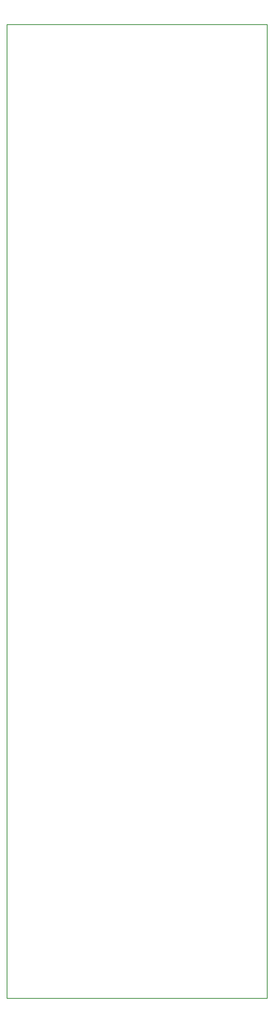
<source format=gko>
G04 Layer: BoardOutlineLayer*
G04 EasyEDA v6.5.47, 2024-11-13 16:13:54*
G04 fb85ae26fb934a7fa39b9ffe6f29e94b,28dbc4cd0de04f76b295d4d1f3f9c80b,10*
G04 Gerber Generator version 0.2*
G04 Scale: 100 percent, Rotated: No, Reflected: No *
G04 Dimensions in millimeters *
G04 leading zeros omitted , absolute positions ,4 integer and 5 decimal *
%FSLAX45Y45*%
%MOMM*%

%ADD10C,0.2540*%
D10*
X0Y30999937D02*
G01*
X8299983Y30999937D01*
X8299983Y0D01*
X0Y0D01*
X0Y30999937D01*

%LPD*%
M02*

</source>
